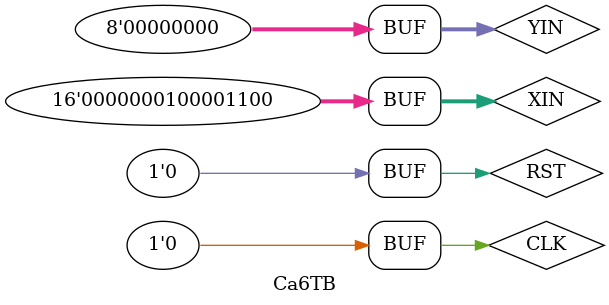
<source format=v>
`timescale 1ns/1ns

module Ca6TB();
    reg CLK = 0;
    reg RST = 0;
    reg[15:0] XIN = 16'b0000000100001100;
    reg[7:0] YIN = 8'b0000000;
    wire [15:0] COSX;
    all_v UUT1(.clk(CLK), .rst(RST), .x(XIN), .y(YIN), .out(COSX));
    initial repeat(100) #10000 CLK = ~CLK;
endmodule

</source>
